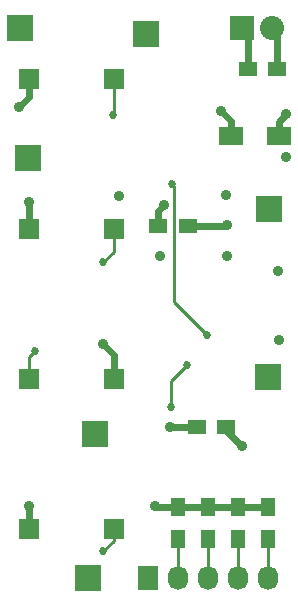
<source format=gbl>
G04 #@! TF.FileFunction,Copper,L4,Bot,Signal*
%FSLAX46Y46*%
G04 Gerber Fmt 4.6, Leading zero omitted, Abs format (unit mm)*
G04 Created by KiCad (PCBNEW 4.0.2-stable) date Tuesday, December 20, 2016 'PMt' 04:00:55 PM*
%MOMM*%
G01*
G04 APERTURE LIST*
%ADD10C,0.100000*%
%ADD11R,1.500000X1.250000*%
%ADD12R,2.000000X1.600000*%
%ADD13R,1.800000X1.800000*%
%ADD14R,1.727200X2.032000*%
%ADD15O,1.727200X2.032000*%
%ADD16R,1.300000X1.500000*%
%ADD17R,2.235200X2.235200*%
%ADD18R,2.032000X2.032000*%
%ADD19O,2.032000X2.032000*%
%ADD20C,0.889000*%
%ADD21C,0.685800*%
%ADD22C,0.609600*%
%ADD23C,0.254000*%
G04 APERTURE END LIST*
D10*
D11*
X154335800Y-71297800D03*
X151835800Y-71297800D03*
D12*
X154450800Y-76936600D03*
X150450800Y-76936600D03*
D11*
X144266600Y-84556600D03*
X146766600Y-84556600D03*
X150043200Y-101650800D03*
X147543200Y-101650800D03*
D13*
X140481000Y-72136000D03*
X133331000Y-72136000D03*
X140481000Y-84836000D03*
X133331000Y-84836000D03*
X133331000Y-97536000D03*
X140481000Y-97536000D03*
X140481000Y-110236000D03*
X133331000Y-110236000D03*
D14*
X143383000Y-114427000D03*
D15*
X145923000Y-114427000D03*
X148463000Y-114427000D03*
X151003000Y-114427000D03*
X153543000Y-114427000D03*
D16*
X153543000Y-111078000D03*
X153543000Y-108378000D03*
X151003000Y-111078000D03*
X151003000Y-108378000D03*
X148463000Y-111078000D03*
X148463000Y-108378000D03*
X145923000Y-111078000D03*
X145923000Y-108378000D03*
D17*
X132588000Y-67818000D03*
X133223000Y-78867000D03*
X138938000Y-102235000D03*
X138303000Y-114427000D03*
D18*
X151384000Y-67818000D03*
D19*
X153924000Y-67818000D03*
D17*
X153619200Y-83159600D03*
X143256000Y-68326000D03*
X153543000Y-97409000D03*
D20*
X149606000Y-74828400D03*
X132461000Y-74549000D03*
X154457400Y-94208600D03*
X150088600Y-87147400D03*
X145288000Y-101600000D03*
X144373600Y-87147400D03*
X150037800Y-81940400D03*
X140970000Y-82092800D03*
X150063200Y-84531200D03*
X133324600Y-108280200D03*
X139573000Y-94615000D03*
X133350000Y-82550000D03*
X155041600Y-78740000D03*
X155067000Y-75133200D03*
X151358600Y-103225600D03*
X154381200Y-88366600D03*
X144018000Y-108331000D03*
X144729200Y-82854800D03*
D21*
X140462000Y-75234800D03*
X148361400Y-93827600D03*
X145440400Y-81076800D03*
X139623800Y-87680800D03*
X145338800Y-99923600D03*
X146685000Y-96393000D03*
X133858000Y-95148400D03*
X139573000Y-112141000D03*
D22*
X154335800Y-71297800D02*
X154335800Y-68229800D01*
X154335800Y-68229800D02*
X153924000Y-67818000D01*
X150450800Y-76936600D02*
X150450800Y-75673200D01*
X150450800Y-75673200D02*
X149606000Y-74828400D01*
X151835800Y-71297800D02*
X151835800Y-68269800D01*
X151835800Y-68269800D02*
X151384000Y-67818000D01*
X133331000Y-72136000D02*
X133331000Y-73679000D01*
X133331000Y-73679000D02*
X132461000Y-74549000D01*
X147543200Y-101650800D02*
X145338800Y-101650800D01*
X145338800Y-101650800D02*
X145288000Y-101600000D01*
X150037800Y-84556600D02*
X150063200Y-84531200D01*
X150037800Y-84556600D02*
X146766600Y-84556600D01*
X133331000Y-110236000D02*
X133331000Y-108286600D01*
X133331000Y-108286600D02*
X133324600Y-108280200D01*
X140481000Y-97536000D02*
X140481000Y-95523000D01*
X140481000Y-95523000D02*
X139573000Y-94615000D01*
X133331000Y-84836000D02*
X133331000Y-82569000D01*
X133331000Y-82569000D02*
X133350000Y-82550000D01*
X154450800Y-75749400D02*
X154450800Y-76936600D01*
X155067000Y-75133200D02*
X154450800Y-75749400D01*
X151358600Y-103225600D02*
X150043200Y-101910200D01*
X150043200Y-101910200D02*
X150043200Y-101650800D01*
X145923000Y-108378000D02*
X144065000Y-108378000D01*
X144065000Y-108378000D02*
X144018000Y-108331000D01*
X148463000Y-108378000D02*
X145923000Y-108378000D01*
X151003000Y-108378000D02*
X148463000Y-108378000D01*
X153543000Y-108378000D02*
X151003000Y-108378000D01*
X144266600Y-84556600D02*
X144266600Y-83317400D01*
X144266600Y-83317400D02*
X144729200Y-82854800D01*
D23*
X140481000Y-75215800D02*
X140481000Y-72136000D01*
X140462000Y-75234800D02*
X140481000Y-75215800D01*
X145567400Y-91033600D02*
X148361400Y-93827600D01*
X145567400Y-81203800D02*
X145567400Y-91033600D01*
X145440400Y-81076800D02*
X145567400Y-81203800D01*
X140481000Y-86823600D02*
X140481000Y-84836000D01*
X139623800Y-87680800D02*
X140481000Y-86823600D01*
X145338800Y-97739200D02*
X145338800Y-99923600D01*
X146685000Y-96393000D02*
X145338800Y-97739200D01*
X133331000Y-95675400D02*
X133331000Y-97536000D01*
X133858000Y-95148400D02*
X133331000Y-95675400D01*
X140481000Y-111233000D02*
X140481000Y-110236000D01*
X139573000Y-112141000D02*
X140481000Y-111233000D01*
X153543000Y-111078000D02*
X153543000Y-114427000D01*
X151003000Y-111078000D02*
X151003000Y-114427000D01*
X148463000Y-111078000D02*
X148463000Y-114427000D01*
X145923000Y-111078000D02*
X145923000Y-114427000D01*
M02*

</source>
